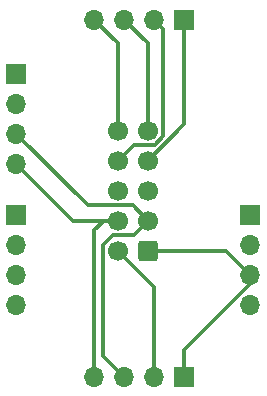
<source format=gbr>
%TF.GenerationSoftware,KiCad,Pcbnew,(7.0.0)*%
%TF.CreationDate,2023-10-26T14:35:26-04:00*%
%TF.ProjectId,RibbonBreakout,52696262-6f6e-4427-9265-616b6f75742e,rev?*%
%TF.SameCoordinates,Original*%
%TF.FileFunction,Copper,L2,Bot*%
%TF.FilePolarity,Positive*%
%FSLAX46Y46*%
G04 Gerber Fmt 4.6, Leading zero omitted, Abs format (unit mm)*
G04 Created by KiCad (PCBNEW (7.0.0)) date 2023-10-26 14:35:26*
%MOMM*%
%LPD*%
G01*
G04 APERTURE LIST*
G04 Aperture macros list*
%AMRoundRect*
0 Rectangle with rounded corners*
0 $1 Rounding radius*
0 $2 $3 $4 $5 $6 $7 $8 $9 X,Y pos of 4 corners*
0 Add a 4 corners polygon primitive as box body*
4,1,4,$2,$3,$4,$5,$6,$7,$8,$9,$2,$3,0*
0 Add four circle primitives for the rounded corners*
1,1,$1+$1,$2,$3*
1,1,$1+$1,$4,$5*
1,1,$1+$1,$6,$7*
1,1,$1+$1,$8,$9*
0 Add four rect primitives between the rounded corners*
20,1,$1+$1,$2,$3,$4,$5,0*
20,1,$1+$1,$4,$5,$6,$7,0*
20,1,$1+$1,$6,$7,$8,$9,0*
20,1,$1+$1,$8,$9,$2,$3,0*%
G04 Aperture macros list end*
%TA.AperFunction,ComponentPad*%
%ADD10R,1.700000X1.700000*%
%TD*%
%TA.AperFunction,ComponentPad*%
%ADD11O,1.700000X1.700000*%
%TD*%
%TA.AperFunction,ComponentPad*%
%ADD12RoundRect,0.250000X0.600000X0.600000X-0.600000X0.600000X-0.600000X-0.600000X0.600000X-0.600000X0*%
%TD*%
%TA.AperFunction,ComponentPad*%
%ADD13C,1.700000*%
%TD*%
%TA.AperFunction,Conductor*%
%ADD14C,0.350000*%
%TD*%
G04 APERTURE END LIST*
D10*
%TO.P,J2,1*%
%TO.N,GND*%
X139699999Y-97281999D03*
D11*
%TO.P,J2,2*%
%TO.N,+5v*%
X139699999Y-99821999D03*
%TO.P,J2,3*%
%TO.N,Line2*%
X139699999Y-102361999D03*
%TO.P,J2,4*%
%TO.N,GND*%
X139699999Y-104901999D03*
%TD*%
D10*
%TO.P,J4,1*%
%TO.N,Line5*%
X153923999Y-80771999D03*
D11*
%TO.P,J4,2*%
%TO.N,Line6*%
X151383999Y-80771999D03*
%TO.P,J4,3*%
%TO.N,Line7*%
X148843999Y-80771999D03*
%TO.P,J4,4*%
%TO.N,Line8*%
X146303999Y-80771999D03*
%TD*%
D12*
%TO.P,S1,1*%
%TO.N,Line1*%
X150866500Y-100330000D03*
D13*
%TO.P,S1,2*%
%TO.N,Line2*%
X148326500Y-100330000D03*
%TO.P,S1,3*%
%TO.N,Line3*%
X150866500Y-97790000D03*
%TO.P,S1,4*%
%TO.N,Line4*%
X148326500Y-97790000D03*
%TO.P,S1,5*%
%TO.N,GND*%
X150866500Y-95250000D03*
%TO.P,S1,6*%
%TO.N,+5v*%
X148326500Y-95250000D03*
%TO.P,S1,7*%
%TO.N,Line5*%
X150866500Y-92710000D03*
%TO.P,S1,8*%
%TO.N,Line6*%
X148326500Y-92710000D03*
%TO.P,S1,9*%
%TO.N,Line7*%
X150866500Y-90170000D03*
%TO.P,S1,10*%
%TO.N,Line8*%
X148326500Y-90170000D03*
%TD*%
D10*
%TO.P,J1,1*%
%TO.N,GND*%
X159511999Y-97281999D03*
D11*
%TO.P,J1,2*%
%TO.N,+5v*%
X159511999Y-99821999D03*
%TO.P,J1,3*%
%TO.N,Line1*%
X159511999Y-102361999D03*
%TO.P,J1,4*%
%TO.N,GND*%
X159511999Y-104901999D03*
%TD*%
D10*
%TO.P,J5,1*%
%TO.N,+5v*%
X139699999Y-85343999D03*
D11*
%TO.P,J5,2*%
%TO.N,GND*%
X139699999Y-87883999D03*
%TO.P,J5,3*%
%TO.N,Line3*%
X139699999Y-90423999D03*
%TO.P,J5,4*%
%TO.N,Line4*%
X139699999Y-92963999D03*
%TD*%
D10*
%TO.P,J3,1*%
%TO.N,Line1*%
X153923999Y-110997999D03*
D11*
%TO.P,J3,2*%
%TO.N,Line2*%
X151383999Y-110997999D03*
%TO.P,J3,3*%
%TO.N,Line3*%
X148843999Y-110997999D03*
%TO.P,J3,4*%
%TO.N,Line4*%
X146303999Y-110997999D03*
%TD*%
D14*
%TO.N,Line1*%
X159512000Y-102362000D02*
X159512000Y-103169588D01*
X159512000Y-103169588D02*
X153924000Y-108757588D01*
X150866500Y-100330000D02*
X157480000Y-100330000D01*
X153924000Y-108757588D02*
X153924000Y-110998000D01*
X157480000Y-100330000D02*
X159512000Y-102362000D01*
%TO.N,Line2*%
X151384000Y-103387500D02*
X148326500Y-100330000D01*
X151384000Y-110998000D02*
X151384000Y-103387500D01*
%TO.N,Line3*%
X149641500Y-99015000D02*
X147873000Y-99015000D01*
X145751000Y-96475000D02*
X139700000Y-90424000D01*
X150866500Y-97790000D02*
X149641500Y-99015000D01*
X147066000Y-99822000D02*
X147066000Y-109220000D01*
X147066000Y-109220000D02*
X148844000Y-110998000D01*
X147873000Y-99015000D02*
X147066000Y-99822000D01*
X150866500Y-97790000D02*
X149551500Y-96475000D01*
X149551500Y-96475000D02*
X145751000Y-96475000D01*
%TO.N,Line4*%
X148326500Y-97790000D02*
X144526000Y-97790000D01*
X148326500Y-97790000D02*
X147124419Y-97790000D01*
X144526000Y-97790000D02*
X139700000Y-92964000D01*
X146304000Y-98610419D02*
X146304000Y-110998000D01*
X147124419Y-97790000D02*
X146304000Y-98610419D01*
%TO.N,Line5*%
X150866500Y-92710000D02*
X153924000Y-89652500D01*
X153924000Y-89652500D02*
X153924000Y-80772000D01*
%TO.N,Line6*%
X152146000Y-81534000D02*
X151384000Y-80772000D01*
X152146000Y-90652682D02*
X152146000Y-81534000D01*
X151403682Y-91395000D02*
X152146000Y-90652682D01*
X149641500Y-91395000D02*
X151403682Y-91395000D01*
X148326500Y-92710000D02*
X149641500Y-91395000D01*
%TO.N,Line7*%
X150866500Y-82794500D02*
X148844000Y-80772000D01*
X150866500Y-90170000D02*
X150866500Y-82794500D01*
%TO.N,Line8*%
X148326500Y-90170000D02*
X148326500Y-82794500D01*
X148326500Y-82794500D02*
X146304000Y-80772000D01*
%TD*%
M02*

</source>
